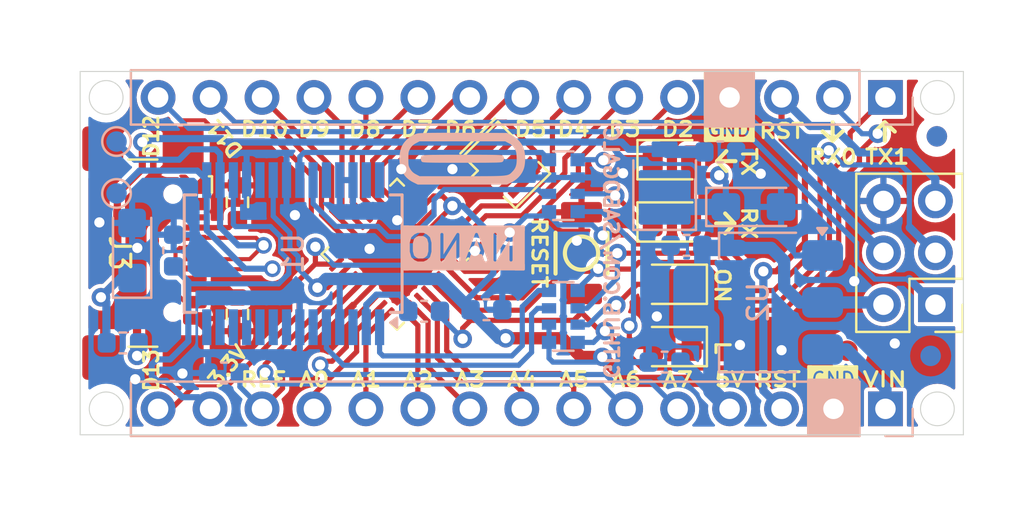
<source format=kicad_pcb>
(kicad_pcb (version 20240108) (generator "pcbnew") (generator_version "8.0")
  (title_block (title "Arduino Nano") (date "2024-05-24") (rev "1") (company "Carlos Sabogal"))
  (layers (0 "F.Cu" signal) (31 "B.Cu" signal) (34 "B.Paste" user) (35 "F.Paste" user) (36 "B.SilkS" user "B.Silkscreen") (37 "F.SilkS" user "F.Silkscreen") (38 "B.Mask" user) (39 "F.Mask" user) (44 "Edge.Cuts" user))
  (net 0 "")
  (net 16 "AREF")
  (net 17 "GND")
  (net 18 "VBUS")
  (net 19 "+5V")
  (net 20 "RESET")
  (net 21 "Net-(U1-DTR#)")
  (net 22 "+3V3")
  (net 23 "Net-(D2-K)")
  (net 24 "Net-(D3-K)")
  (net 25 "Net-(D4-A)")
  (net 26 "Net-(D5-A)")
  (net 27 "Net-(F1-Pad2)")
  (net 28 "D7")
  (net 29 "D5")
  (net 30 "D6")
  (net 31 "D8")
  (net 32 "D3")
  (net 33 "D10")
  (net 34 "D0{slash}RX")
  (net 35 "D9")
  (net 36 "D1{slash}TX")
  (net 37 "D4")
  (net 38 "D11{slash}MOSI")
  (net 39 "D2")
  (net 40 "D12{slash}MISO")
  (net 41 "A3")
  (net 42 "D13{slash}SCK")
  (net 43 "A6")
  (net 44 "A0")
  (net 45 "A5")
  (net 46 "A1")
  (net 47 "A2")
  (net 48 "A4")
  (net 49 "VCC")
  (net 50 "A7")
  (net 51 "CC2")
  (net 52 "Net-(U1-USBDP)")
  (net 53 "Net-(U1-USBDM)")
  (net 54 "CC1")
  (net 55 "TX")
  (net 56 "RX")
  (net 57 "Net-(RN2B-R2.1)")
  (net 58 "Net-(RN2D-R4.1)")
  (net 59 "Net-(U3-PB7)")
  (net 60 "Net-(U3-PB6)")
  (footprint "Fiducial:Fiducial_1mm_Mask2mm" (layer "F.Cu") (at 164.4269 109.7788)
    (property "Reference" "FID1" (hide yes))
    (property "Value" "Fiducial")
  )
  (footprint "Fiducial:Fiducial_1mm_Mask2mm" (layer "F.Cu") (at 168.7957 99.2886)
    (property "Reference" "FID2" (hide yes))
    (property "Value" "Fiducial")
  )
  (footprint "Package_DFN_QFN:VQFN-32-1EP_5x5mm_P0.5mm_EP3.1x3.1mm" (layer "F.Cu") (at 142.4051 105.0544 -135)
    (property "Reference" "U3" (hide yes))
    (property "Value" "ATMEGA328P-MU")
  )
  (footprint "Connector_PinHeader_2.54mm:PinHeader_2x03_P2.54mm_Vertical" (layer "F.Cu") (at 168.724 107.5286 180)
    (property "Reference" "J4" (hide yes))
    (property "Value" "M20-9980345")
  )
  (footprint "Resistor_SMD:R_0603_1608Metric" (layer "F.Cu") (at 134.6 102.5144 90)
    (property "Reference" "R1" (hide yes))
    (property "Value" "5.1k")
  )
  (footprint "LED_SMD:LED_0805_2012Metric" (layer "F.Cu") (at 155.8671 106.5276 180)
    (property "Reference" "D4" (hide yes))
    (property "Value" "GREEN")
  )
  (footprint "Arduino Nano:B3U-1000PM" (layer "F.Cu") (at 151.4221 105.0036 -90)
    (property "Reference" "SW1" (hide yes))
    (property "Value" "B3U-1000PM")
  )
  (footprint "LED_SMD:LED_0805_2012Metric" (layer "F.Cu") (at 155.8417 100.4316)
    (property "Reference" "D2" (hide yes))
    (property "Value" "GREEN")
  )
  (footprint "Crystal:Resonator_SMD_Murata_CSTxExxV-3Pin_3.0x1.1mm" (layer "F.Cu") (at 147.7645 100.6872 -45)
    (property "Reference" "Y1" (hide yes))
    (property "Value" "CSTNE16M0V530000R0")
  )
  (footprint "Connector_USB:USB_C_Receptacle_GCT_USB4110" (layer "F.Cu") (at 128.84 105.0036 -90)
    (property "Reference" "J3")
    (property "Value" "USB_C_Receptacle_USB2.0_16P")
  )
  (footprint "LED_SMD:LED_0805_2012Metric" (layer "F.Cu") (at 155.8417 103.4796)
    (property "Reference" "D3" (hide yes))
    (property "Value" "RED")
  )
  (footprint "Resistor_SMD:R_0603_1608Metric" (layer "F.Cu") (at 134.6 108 -90)
    (property "Reference" "R2" (hide yes))
    (property "Value" "5.1k")
  )
  (footprint "LED_SMD:LED_0805_2012Metric" (layer "F.Cu") (at 155.8671 109.5756 180)
    (property "Reference" "D5" (hide yes))
    (property "Value" "YELLOW")
  )
  (footprint "Capacitor_SMD:C_0603_1608Metric" (layer "B.Cu") (at 143.7259 107.8484 180)
    (property "Reference" "C4" (hide yes))
    (property "Value" "100n")
  )
  (footprint "Resistor_SMD:R_Array_Convex_4x0612" (layer "B.Cu") (at 150.5331 108.1024 180)
    (property "Reference" "RN1" (hide yes))
    (property "Value" "1k")
  )
  (footprint "Connector_PinHeader_2.54mm:PinHeader_1x15_P2.54mm_Vertical" (layer "B.Cu") (at 166.2811 112.6236 90)
    (property "Reference" "J2" (hide yes))
    (property "Value" "PH1-15-UA")
  )
  (footprint "Capacitor_SMD:C_0603_1608Metric" (layer "B.Cu") (at 155.4861 110.3376 180)
    (property "Reference" "C8" (hide yes))
    (property "Value" "1u")
  )
  (footprint "Fiducial:Fiducial_1mm_Mask2mm" (layer "B.Cu") (at 168.4909 110.0328 180)
    (property "Reference" "FID3" (hide yes))
    (property "Value" "Fiducial")
  )
  (footprint "Capacitor_Tantalum_SMD:CP_EIA-3216-10_Kemet-I" (layer "B.Cu") (at 129.4511 104.8766 90)
    (property "Reference" "C2" (hide yes))
    (property "Value" "4.7u")
  )
  (footprint "Capacitor_Tantalum_SMD:CP_EIA-3216-10_Kemet-I" (layer "B.Cu") (at 159.8295 102.743)
    (property "Reference" "C5" (hide yes))
    (property "Value" "4.7u")
  )
  (footprint "Package_TO_SOT_SMD:SOT-223-3_TabPin2" (layer "B.Cu") (at 160.0581 107.4166 180)
    (property "Reference" "U2")
    (property "Value" "NCP1117-5.0_SOT223")
  )
  (footprint "Capacitor_SMD:C_0603_1608Metric" (layer "B.Cu") (at 133.9461 110.871 180)
    (property "Reference" "C1" (hide yes))
    (property "Value" "100n")
  )
  (footprint "Capacitor_SMD:C_0603_1608Metric" (layer "B.Cu") (at 158.2039 100.0506)
    (property "Reference" "C9" (hide yes))
    (property "Value" "100n")
  )
  (footprint "Capacitor_SMD:C_0603_1608Metric" (layer "B.Cu") (at 156.5529 104.6226 180)
    (property "Reference" "C7" (hide yes))
    (property "Value" "1u")
  )
  (footprint "Resistor_SMD:R_Array_Convex_4x0612" (layer "B.Cu") (at 150.5331 101.7016)
    (property "Reference" "RN2" (hide yes))
    (property "Value" "1k")
  )
  (footprint "Fiducial:Fiducial_1mm_Mask2mm" (layer "B.Cu") (at 168.7957 99.2886 180)
    (property "Reference" "FID4" (hide yes))
    (property "Value" "Fiducial")
  )
  (footprint "Capacitor_SMD:C_0603_1608Metric" (layer "B.Cu") (at 146.7739 107.7722)
    (property "Reference" "C3" (hide yes))
    (property "Value" "1u")
  )
  (footprint "TestPoint:TestPoint_Pad_D1.0mm" (layer "B.Cu") (at 128.6891 102.0826 180)
    (property "Reference" "TP2" (hide yes))
    (property "Value" "TestPoint")
  )
  (footprint "Connector_PinHeader_2.54mm:PinHeader_1x15_P2.54mm_Vertical" (layer "B.Cu") (at 166.2811 97.3836 90)
    (property "Reference" "J1" (hide yes))
    (property "Value" "PH1-15-UA")
  )
  (footprint "Diode_SMD:D_SMP_DO-220AA" (layer "B.Cu") (at 155.4861 101.5746 90)
    (property "Reference" "D1" (hide yes))
    (property "Value" "SS1P3L-M3/84A")
  )
  (footprint "TestPoint:TestPoint_Pad_D1.0mm" (layer "B.Cu") (at 128.6891 99.5426 180)
    (property "Reference" "TP1" (hide yes))
    (property "Value" "TestPoint")
  )
  (footprint "Fuse:Fuse_0603_1608Metric" (layer "B.Cu") (at 128.9939 109.3978)
    (property "Reference" "F1" (hide yes))
    (property "Value" "PTC")
  )
  (footprint "Capacitor_SMD:C_0603_1608Metric" (layer "B.Cu") (at 131.4831 104.8766 -90)
    (property "Reference" "C6" (hide yes))
    (property "Value" "100n")
  )
  (footprint "Package_SO:SSOP-28_5.3x10.2mm_P0.65mm" (layer "B.Cu") (at 137.3251 105.029 90)
    (property "Reference" "U1")
    (property "Value" "FT232RL")
  )
  (gr_poly (pts (xy 145.66297 99.115296) (xy 147.779107 99.121857) (xy 147.998923 99.230125) (xy 148.048195 99.255869) (xy 148.096284 99.283823) (xy 148.143086 99.313892) (xy 148.188494 99.345979) (xy 148.232402 99.379989) (xy 148.274705 99.415825) (xy 148.315298 99.453391) (xy 148.354073 99.492591) (xy 148.390927 99.533329) (xy 148.425752 99.575509) (xy 148.458443 99.619035) (xy 148.488895 99.66381) (xy 148.517002 99.709738) (xy 148.542657 99.756724) (xy 148.565756 99.804671) (xy 148.586192 99.853483) (xy 148.605224 99.9068) (xy 148.621718 99.965365) (xy 148.635674 100.028428) (xy 148.647093 100.095239) (xy 148.655974 100.16505) (xy 148.662318 100.23711) (xy 148.666124 100.310669) (xy 148.667393 100.384978) (xy 148.666124 100.459287) (xy 148.662318 100.532846) (xy 148.655974 100.604906) (xy 148.647093 100.674717) (xy 148.635674 100.741528) (xy 148.621718 100.804592) (xy 148.605224 100.863156) (xy 148.586192 100.916473) (xy 148.565756 100.965285) (xy 148.542657 101.013232) (xy 148.517002 101.060218) (xy 148.488895 101.106146) (xy 148.458443 101.150921) (xy 148.425752 101.194447) (xy 148.390927 101.236626) (xy 148.354073 101.277365) (xy 148.315298 101.316565) (xy 148.274705 101.354131) (xy 148.232402 101.389967) (xy 148.188494 101.423977) (xy 148.143086 101.456064) (xy 148.096284 101.486133) (xy 148.048195 101.514087) (xy 147.998923 101.539831) (xy 147.779107 101.648099) (xy 143.415599 101.648099) (xy 143.195783 101.539831) (xy 143.122701 101.501084) (xy 143.05358 101.458695) (xy 142.988456 101.41271) (xy 142.92737 101.363179) (xy 142.870359 101.310149) (xy 142.817462 101.253668) (xy 142.768717 101.193785) (xy 142.724164 101.130547) (xy 142.683839 101.064003) (xy 142.647782 100.994201) (xy 142.616031 100.921188) (xy 142.588624 100.845012) (xy 142.565601 100.765723) (xy 142.546999 100.683367) (xy 142.532856 100.597993) (xy 142.523212 100.50965) (xy 142.519819 100.461526) (xy 142.518208 100.41209) (xy 142.518267 100.384978) (xy 142.956282 100.384978) (xy 142.956744 100.495777) (xy 142.957494 100.542023) (xy 142.958743 100.583007) (xy 142.960608 100.619358) (xy 142.963203 100.651706) (xy 142.966644 100.68068) (xy 142.971046 100.70691) (xy 142.973644 100.719192) (xy 142.976525 100.731025) (xy 142.979704 100.742486) (xy 142.983196 100.753655) (xy 142.987014 100.76461) (xy 142.991173 100.77543) (xy 143.000574 100.796979) (xy 143.011512 100.818932) (xy 143.024103 100.841917) (xy 143.038463 100.866566) (xy 143.054707 100.893507) (xy 143.068291 100.915087) (xy 143.082024 100.935581) (xy 143.095978 100.955056) (xy 143.110225 100.97358) (xy 143.124838 100.991219) (xy 143.139887 101.008042) (xy 143.155446 101.024114) (xy 143.171587 101.039504) (xy 143.188381 101.054279) (xy 143.205901 101.068506) (xy 143.224219 101.082253) (xy 143.243407 101.095586) (xy 143.263536 101.108573) (xy 143.28468 101.121282) (xy 143.306909 101.133779) (xy 143.330297 101.146131) (xy 143.504182 101.237995) (xy 145.594072 101.237995) (xy 146.357949 101.237815) (xy 146.664639 101.237043) (xy 146.926552 101.235329) (xy 147.04198 101.234005) (xy 147.14773 101.232308) (xy 147.244307 101.230193) (xy 147.332215 101.227614) (xy 147.411961 101.224526) (xy 147.484049 101.220882) (xy 147.548985 101.216638) (xy 147.607273 101.211748) (xy 147.65942 101.206165) (xy 147.70593 101.199845) (xy 147.747308 101.192742) (xy 147.78406 101.184809) (xy 147.816691 101.176002) (xy 147.831619 101.171256) (xy 147.845706 101.166274) (xy 147.859016 101.161051) (xy 147.871611 101.155581) (xy 147.883555 101.149858) (xy 147.89491 101.143876) (xy 147.916109 101.131113) (xy 147.935713 101.117248) (xy 147.954227 101.102234) (xy 147.972157 101.086025) (xy 147.990008 101.068577) (xy 148.008284 101.049843) (xy 148.048135 101.008336) (xy 148.077597 100.976343) (xy 148.104512 100.944168) (xy 148.128947 100.91155) (xy 148.150969 100.878231) (xy 148.170646 100.84395) (xy 148.188045 100.808449) (xy 148.203233 100.771467) (xy 148.216278 100.732746) (xy 148.227247 100.692026) (xy 148.236207 100.649047) (xy 148.243225 100.603549) (xy 148.248369 100.555274) (xy 148.251706 100.503961) (xy 148.253303 100.449351) (xy 148.253228 100.391186) (xy 148.251547 100.329204) (xy 148.246485 100.240987) (xy 148.24369 100.202984) (xy 148.240577 100.168494) (xy 148.237041 100.1371) (xy 148.232977 100.108382) (xy 148.228279 100.081923) (xy 148.22284 100.057305) (xy 148.216555 100.034109) (xy 148.209319 100.011918) (xy 148.201026 99.990313) (xy 148.191569 99.968876) (xy 148.180844 99.947189) (xy 148.168744 99.924835) (xy 148.155165 99.901394) (xy 148.139999 99.876449) (xy 148.126415 99.854869) (xy 148.112682 99.834375) (xy 148.098728 99.8149) (xy 148.084481 99.796376) (xy 148.069869 99.778737) (xy 148.054819 99.761915) (xy 148.03926 99.745842) (xy 148.023119 99.730452) (xy 148.006325 99.715677) (xy 147.988805 99.70145) (xy 147.970487 99.687703) (xy 147.9513 99.67437) (xy 147.93117 99.661383) (xy 147.910027 99.648674) (xy 147.887797 99.636178) (xy 147.864409 99.623825) (xy 147.690525 99.531961) (xy 143.504182 99.531961) (xy 143.330297 99.623825) (xy 143.306909 99.636178) (xy 143.28468 99.648674) (xy 143.263536 99.661383) (xy 143.243407 99.67437) (xy 143.224219 99.687703) (xy 143.205901 99.70145) (xy 143.188381 99.715677) (xy 143.171587 99.730452) (xy 143.155446 99.745842) (xy 143.139887 99.761915) (xy 143.124838 99.778737) (xy 143.110225 99.796376) (xy 143.095978 99.8149) (xy 143.082024 99.834375) (xy 143.068291 99.854869) (xy 143.054707 99.876449) (xy 143.024103 99.928039) (xy 143.011512 99.951025) (xy 143.000574 99.972977) (xy 142.991173 99.994526) (xy 142.983196 100.016301) (xy 142.976525 100.038931) (xy 142.971046 100.063046) (xy 142.966644 100.089276) (xy 142.963203 100.11825) (xy 142.960608 100.150598) (xy 142.958743 100.186949) (xy 142.956744 100.274179) (xy 142.956282 100.384978) (xy 142.518267 100.384978) (xy 142.518318 100.361644) (xy 142.520085 100.310493) (xy 142.523449 100.258937) (xy 142.528345 100.207281) (xy 142.534712 100.155827) (xy 142.542487 100.104877) (xy 142.551608 100.054734) (xy 142.562012 100.005702) (xy 142.573637 99.958083) (xy 142.58642 99.912179) (xy 142.600298 99.868294) (xy 142.61521 99.82673) (xy 142.631093 99.78779) (xy 142.647884 99.751777) (xy 142.676686 99.699978) (xy 142.708823 99.64927) (xy 142.744094 99.599822) (xy 142.782296 99.5518) (xy 142.823228 99.505374) (xy 142.866688 99.460712) (xy 142.912473 99.417982) (xy 142.960384 99.377352) (xy 143.010216 99.338991) (xy 143.061769 99.303066) (xy 143.114841 99.269745) (xy 143.169229 99.239198) (xy 143.224732 99.211592) (xy 143.281149 99.187096) (xy 143.338277 99.165877) (xy 143.395914 99.148104) (xy 143.460358 99.137947) (xy 143.572515 99.129598) (xy 143.96965 99.118166) (xy 144.64668 99.113501)) (stroke (width -0.000001)) (fill solid) (layer "B.SilkS"))
  (gr_rect (start 157.4546 96.1644) (end 159.8546 98.8144) (stroke (width 0.1)) (fill solid) (layer "B.SilkS"))
  (gr_rect (start 162.4968 111.1928) (end 164.9476 113.8428) (stroke (width 0.1)) (fill solid) (layer "B.SilkS"))
  (gr_rect (start 142.75 103.7) (end 142.9512 105.8) (stroke (width 0.1)) (fill solid) (layer "B.SilkS"))
  (gr_poly (pts (xy 146.172319 100.1885) (xy 146.623023 100.189871) (xy 146.806584 100.191052) (xy 146.964845 100.192626) (xy 147.099731 100.194643) (xy 147.213163 100.19715) (xy 147.307064 100.200196) (xy 147.383357 100.203827) (xy 147.443962 100.208093) (xy 147.490804 100.213042) (xy 147.509664 100.215787) (xy 147.525804 100.218721) (xy 147.539464 100.221849) (xy 147.550884 100.225178) (xy 147.560306 100.228714) (xy 147.567968 100.232462) (xy 147.574111 100.23643) (xy 147.578977 100.240621) (xy 147.585225 100.24699) (xy 147.591051 100.253774) (xy 147.596456 100.260949) (xy 147.601443 100.268489) (xy 147.606011 100.276368) (xy 147.610162 100.284559) (xy 147.613898 100.293038) (xy 147.617219 100.301778) (xy 147.620127 100.310754) (xy 147.622622 100.319939) (xy 147.626382 100.338835) (xy 147.628508 100.358259) (xy 147.629009 100.378006) (xy 147.627896 100.397868) (xy 147.625177 100.417639) (xy 147.620863 100.437112) (xy 147.614963 100.45608) (xy 147.611421 100.46531) (xy 147.607487 100.474337) (xy 147.60316 100.483134) (xy 147.598444 100.491676) (xy 147.593337 100.499936) (xy 147.587843 100.50789) (xy 147.581962 100.515511) (xy 147.575695 100.522773) (xy 147.551371 100.541324) (xy 147.502287 100.55553) (xy 147.408911 100.565969) (xy 147.251713 100.573216) (xy 146.667725 100.580444) (xy 145.594072 100.581828) (xy 145.020189 100.581456) (xy 144.570298 100.580085) (xy 144.387056 100.578904) (xy 144.22906 100.57733) (xy 144.094391 100.575313) (xy 143.981133 100.572806) (xy 143.887367 100.56976) (xy 143.811177 100.566129) (xy 143.750644 100.561863) (xy 143.703851 100.556914) (xy 143.685008 100.554169) (xy 143.668881 100.551235) (xy 143.65523 100.548107) (xy 143.643816 100.544778) (xy 143.634398 100.541242) (xy 143.626738 100.537494) (xy 143.620595 100.533527) (xy 143.61573 100.529335) (xy 143.609771 100.52292) (xy 143.604196 100.516) (xy 143.599005 100.508609) (xy 143.594199 100.500781) (xy 143.589778 100.49255) (xy 143.585741 100.483948) (xy 143.582089 100.47501) (xy 143.578821 100.465769) (xy 143.573438 100.446513) (xy 143.569593 100.42645) (xy 143.567286 100.405849) (xy 143.566517 100.384978) (xy 143.567286 100.364108) (xy 143.569593 100.343506) (xy 143.573438 100.323443) (xy 143.578821 100.304187) (xy 143.582089 100.294946) (xy 143.585741 100.286008) (xy 143.589778 100.277407) (xy 143.594199 100.269175) (xy 143.599005 100.261347) (xy 143.604196 100.253956) (xy 143.609771 100.247036) (xy 143.61573 100.240621) (xy 143.643822 100.225178) (xy 143.703902 100.213042) (xy 143.81135 100.203827) (xy 143.981543 100.19715) (xy 144.571683 100.189871) (xy 145.597353 100.188128)) (stroke (width -0.000001)) (fill solid) (layer "B.SilkS"))
  (gr_rect (start 148.1836 103.7) (end 148.6 105.8) (stroke (width 0.1)) (fill solid) (layer "B.SilkS"))
  (gr_rect (start 142.75 105.5632) (end 148.6 105.8) (stroke (width 0.1)) (fill solid) (layer "B.SilkS"))
  (gr_rect (start 142.75 103.7) (end 148.6 103.886) (stroke (width 0.1)) (fill solid) (layer "B.SilkS"))
  (gr_rect (start 164.7952 110.5408) (end 164.8968 113.8428) (stroke (width 0.1)) (fill solid) (layer "F.SilkS"))
  (gr_line (start 166.25 99.5) (end 166.25 98.6) (stroke (width 0.2)) (layer "F.SilkS"))
  (gr_rect (start 162.5092 111.660173) (end 164.8968 113.8428) (stroke (width 0.1)) (fill solid) (layer "F.SilkS"))
  (gr_line (start 158.9 103.55) (end 158.444857 104.038081) (stroke (width 0.2)) (layer "F.SilkS"))
  (gr_line (start 158.95 100.5) (end 158.05 100.5) (stroke (width 0.2)) (layer "F.SilkS"))
  (gr_line (start 166.25 98.6) (end 165.761919 99.055143) (stroke (width 0.2)) (layer "F.SilkS"))
  (gr_line (start 166.25 98.6) (end 166.738081 99.055143) (stroke (width 0.2)) (layer "F.SilkS"))
  (gr_line (start 163.7 99.5) (end 163.211919 99.044857) (stroke (width 0.2)) (layer "F.SilkS"))
  (gr_line (start 158.05 100.5) (end 158.505143 100.011919) (stroke (width 0.2)) (layer "F.SilkS"))
  (gr_rect (start 162.5092 110.5408) (end 164.8968 110.6932) (stroke (width 0.1)) (fill solid) (layer "F.SilkS"))
  (gr_line (start 163.7 99.5) (end 164.188081 99.044857) (stroke (width 0.2)) (layer "F.SilkS"))
  (gr_rect (start 157.4546 96.1644) (end 159.8422 98.397827) (stroke (width 0.1)) (fill solid) (layer "F.SilkS"))
  (gr_rect (start 157.4546 96.2152) (end 157.5562 99.5172) (stroke (width 0.1)) (fill solid) (layer "F.SilkS"))
  (gr_rect (start 162.5092 110.5408) (end 162.6616 113.8428) (stroke (width 0.1)) (fill solid) (layer "F.SilkS"))
  (gr_line (start 158.05 100.5) (end 158.505143 100.988081) (stroke (width 0.2)) (layer "F.SilkS"))
  (gr_line (start 163.7 98.6) (end 163.7 99.5) (stroke (width 0.2)) (layer "F.SilkS"))
  (gr_rect (start 159.6898 96.2152) (end 159.8422 99.5172) (stroke (width 0.1)) (fill solid) (layer "F.SilkS"))
  (gr_line (start 158.9 103.55) (end 158.444857 103.061919) (stroke (width 0.2)) (layer "F.SilkS"))
  (gr_rect (start 157.4546 99.3648) (end 159.8422 99.5172) (stroke (width 0.1)) (fill solid) (layer "F.SilkS"))
  (gr_line (start 158 103.55) (end 158.9 103.55) (stroke (width 0.2)) (layer "F.SilkS"))
  (gr_circle (center 168.8211 112.6236) (end 169.6466 112.6236) (stroke (width 0.05)) (fill none) (layer "Edge.Cuts"))
  (gr_line (start 126.9111 96.1136) (end 126.9111 113.8936) (stroke (width 0.05)) (layer "Edge.Cuts"))
  (gr_circle (center 128.1811 112.6236) (end 129.0066 112.6236) (stroke (width 0.05)) (fill none) (layer "Edge.Cuts"))
  (gr_circle (center 128.1811 97.3836) (end 129.0066 97.3836) (stroke (width 0.05)) (fill none) (layer "Edge.Cuts"))
  (gr_line (start 170.0911 113.8936) (end 170.0911 96.1136) (stroke (width 0.05)) (layer "Edge.Cuts"))
  (gr_circle (center 168.8211 97.3836) (end 169.6466 97.3836) (stroke (width 0.05)) (fill none) (layer "Edge.Cuts"))
  (gr_line (start 126.9111 113.8936) (end 170.0911 113.8936) (stroke (width 0.05)) (layer "Edge.Cuts"))
  (gr_line (start 170.0911 96.1136) (end 126.9111 96.1136) (stroke (width 0.05)) (layer "Edge.Cuts"))
  (gr_text "NANO" (at 148.4 105.5 0) (layer "B.SilkS" knockout) (effects (font (size 1.25 1.365)) (justify left bottom mirror)))
  (gr_text "GITHUB.COM/SABOGALC" (at 152.45 111.23 270) (layer "B.SilkS") (effects (font (size 0.7 0.7)) (justify left bottom mirror)))
  (gr_text "A6" (at 152.77 111.6 0) (layer "F.SilkS") (effects (font (size 0.7 0.8) (thickness 0.15) (bold yes)) (justify left bottom)))
  (gr_text "D6" (at 144.63 99.35 0) (layer "F.SilkS") (effects (font (size 0.7 0.8) (thickness 0.15) (bold yes)) (justify left bottom)))
  (gr_text "D7" (at 142.494 99.35 0) (layer "F.SilkS") (effects (font (size 0.7 0.8) (thickness 0.15) (bold yes)) (justify left bottom)))
  (gr_text "3.3V" (at 133.65 111.75 50) (layer "F.SilkS") (effects (font (size 0.7 0.7) (thickness 0.15) (bold yes)) (justify left bottom)))
  (gr_text "A4" (at 147.69 111.6 0) (layer "F.SilkS") (effects (font (size 0.7 0.8) (thickness 0.15) (bold yes)) (justify left bottom)))
  (gr_text "GND" (at 157.5 99.35 0) (layer "F.SilkS" knockout) (effects (font (size 0.7 0.7) (thickness 0.1)) (justify left bottom)))
  (gr_text "RESET" (at 148.95 103.2 270) (layer "F.SilkS") (effects (font (size 0.7 0.75) (thickness 0.15) (bold yes)) (justify left bottom)))
  (gr_text "REF" (at 134.67 111.6 0) (layer "F.SilkS") (effects (font (size 0.7 0.8) (thickness 0.15) (bold yes)) (justify left bottom)))
  (gr_text "D4" (at 150.15 99.35 0) (layer "F.SilkS") (effects (font (size 0.7 0.8) (thickness 0.15) (bold yes)) (justify left bottom)))
  (gr_text "5V" (at 157.85 111.6 0) (layer "F.SilkS") (effects (font (size 0.7 0.8) (thickness 0.15) (bold yes)) (justify left bottom)))
  (gr_text "RX" (at 159.2 102.65 270) (layer "F.SilkS") (effects (font (size 0.7 0.8) (thickness 0.15) (bold yes)) (justify left bottom)))
  (gr_text "A3" (at 145.15 111.6 0) (layer "F.SilkS") (effects (font (size 0.7 0.8) (thickness 0.15) (bold yes)) (justify left bottom)))
  (gr_text "RST" (at 160.02 99.441 0) (layer "F.SilkS") (effects (font (size 0.7 0.8) (thickness 0.15) (bold yes)) (justify left bottom)))
  (gr_text "D5" (at 148.047343 99.35 0) (layer "F.SilkS") (effects (font (size 0.7 0.8) (thickness 0.15) (bold yes)) (justify left bottom)))
  (gr_text "A0" (at 137.53 111.6 0) (layer "F.SilkS") (effects (font (size 0.7 0.8) (thickness 0.15) (bold yes)) (justify left bottom)))
  (gr_text "RX0" (at 162.45 100.7 0) (layer "F.SilkS") (effects (font (size 0.7 0.8) (thickness 0.15) (bold yes)) (justify left bottom)))
  (gr_text "D13" (at 130.8 111.85 90) (layer "F.SilkS") (effects (font (size 0.7 0.7) (thickness 0.15) (bold yes)) (justify left bottom)))
  (gr_text "GND" (at 162.6 111.6 0) (layer "F.SilkS" knockout) (effects (font (size 0.7 0.7) (thickness 0.1)) (justify left bottom)))
  (gr_text "L" (at 157.9 109.2 270) (layer "F.SilkS") (effects (font (size 0.7 0.8) (thickness 0.15) (bold yes)) (justify left bottom)))
  (gr_text "D11" (at 135 99.9744 130) (layer "F.SilkS") (effects (font (size 0.7 0.7) (thickness 0.15) (bold yes)) (justify left bottom)))
  (gr_text "VIN" (at 165.08 111.6 0) (layer "F.SilkS") (effects (font (size 0.7 0.9) (thickness 0.15) (bold yes)) (justify left bottom)))
  (gr_text "A2" (at 142.61 111.6 0) (layer "F.SilkS") (effects (font (size 0.7 0.8) (thickness 0.15) (bold yes)) (justify left bottom)))
  (gr_text "D12" (at 130.8 100.4 90) (layer "F.SilkS") (effects (font (size 0.7 0.7) (thickness 0.15) (bold yes)) (justify left bottom)))
  (gr_text "D10" (at 134.67 99.35 0) (layer "F.SilkS") (effects (font (size 0.7 0.8) (thickness 0.15) (bold yes)) (justify left bottom)))
  (gr_text "D2" (at 155.25 99.35 0) (layer "F.SilkS") (effects (font (size 0.7 0.8) (thickness 0.15) (bold yes)) (justify left bottom)))
  (gr_text "TX1" (at 165.2 100.7 0) (layer "F.SilkS") (effects (font (size 0.7 0.8) (thickness 0.15) (bold yes)) (justify left bottom)))
  (gr_text "A7" (at 155.31 111.6 0) (layer "F.SilkS") (effects (font (size 0.7 0.8) (thickness 0.15) (bold yes)) (justify left bottom)))
  (gr_text "ON" (at 157.9 105.65 270) (layer "F.SilkS") (effects (font (size 0.7 0.8) (thickness 0.15) (bold yes)) (justify left bottom)))
  (gr_text "D8" (at 139.954 99.35 0) (layer "F.SilkS") (effects (font (size 0.7 0.8) (thickness 0.15) (bold yes)) (justify left bottom)))
  (gr_text "RST" (at 159.86 111.6 0) (layer "F.SilkS") (effects (font (size 0.7 0.8) (thickness 0.15) (bold yes)) (justify left bottom)))
  (gr_text "TX" (at 159.2 99.75 270) (layer "F.SilkS") (effects (font (size 0.7 0.8) (thickness 0.15) (bold yes)) (justify left bottom)))
  (gr_text "D9" (at 137.4648 99.35 0) (layer "F.SilkS") (effects (font (size 0.7 0.8) (thickness 0.15) (bold yes)) (justify left bottom)))
  (gr_text "A1" (at 140.07 111.6 0) (layer "F.SilkS") (effects (font (size 0.7 0.8) (thickness 0.15) (bold yes)) (justify left bottom)))
  (gr_text "D3" (at 152.65 99.35 0) (layer "F.SilkS") (effects (font (size 0.7 0.8) (thickness 0.15) (bold yes)) (justify left bottom)))
  (gr_text "A5" (at 150.23 111.6 0) (layer "F.SilkS") (effects (font (size 0.7 0.8) (thickness 0.15) (bold yes)) (justify left bottom)))
  (segment (start 136.8044 111.6203) (end 135.8011 112.6236) (width 0.254) (layer "F.Cu") (net 16))
  (segment (start 136.8044 110.301547) (end 136.8044 111.6203) (width 0.254) (layer "F.Cu") (net 16))
  (segment (start 140.504751 106.601196) (end 136.8044 110.301547) (width 0.254) (layer "F.Cu") (net 16))
  (segment (start 134.7211 111.5436) (end 135.8011 112.6236) (width 0.254) (layer "B.Cu") (net 16))
  (segment (start 134.7211 110.871) (end 134.7211 111.5436) (width 0.254) (layer "B.Cu") (net 16))
  (segment (start 132.52 108.2036) (end 133.6036 108.2036) (width 0.254) (layer "F.Cu") (net 17))
  (segment (start 128.015 110.1136) (end 128.015 108.3574) (width 0.254) (layer "F.Cu") (net 17))
  (segment (start 128.015 101.7306) (end 128.015 99.9744) (width 0.254) (layer "F.Cu") (net 17))
  (segment (start 147.7645 100.6872) (end 147.32 100.2427) (width 0.254) (layer "F.Cu") (net 17))
  (segment (start 148.209 101.1317) (end 147.7645 100.6872) (width 0.254) (layer "F.Cu") (net 17))
  (via (at 142.6111 100.8936) (size 0.9064) (drill 0.5) (layers "F.Cu" "B.Cu") (net 17))
  (via (at 161.2011 109.7534) (size 0.8128) (drill 0.5) (layers "F.Cu" "B.Cu") (net 17))
  (via (at 127.85 103.5) (size 0.9064) (drill 0.5) (layers "F.Cu" "B.Cu") (net 17))
  (via (at 155.1051 108.1024) (size 0.8128) (drill 0.5) (layers "F.Cu" "B.Cu") (net 17))
  (via (at 129.6035 111.1758) (size 0.8128) (drill 0.5) (layers "F.Cu" "B.Cu") (net 17))
  (via (at 141.0611 104.7936) (size 0.9064) (drill 0.5) (layers "F.Cu" "B.Cu") (net 17))
  (via (at 142.4111 103.3936) (size 0.9064) (drill 0.5) (layers "F.Cu" "B.Cu") (net 17))
  (via (at 166.7383 109.4232) (size 0.9064) (drill 0.5) (layers "F.Cu" "B.Cu") (net 17))
  (via (at 153.4541 101.092) (size 0.8128) (drill 0.5) (layers "F.Cu" "B.Cu") (net 17))
  (via (at 131.9111 110.8936) (size 0.9064) (drill 0.5) (layers "F.Cu" "B.Cu") (net 17))
  (via (at 129.7051 104.7496) (size 0.9064) (drill 0.5) (layers "F.Cu" "B.Cu") (net 17))
  (via (at 160.1851 101.1174) (size 0.8128) (drill 0.5) (layers "F.Cu" "B.Cu") (net 17))
  (via (at 137.4111 103.1436) (size 0.9064) (drill 0.5) (layers "F.Cu" "B.Cu") (net 17))
  (via (at 164.7571 106.3752) (size 0.8128) (drill 0.5) (layers "F.Cu" "B.Cu") (net 17))
  (via (at 145.1111 100.8936) (size 0.9064) (drill 0.5) (layers "F.Cu" "B.Cu") (net 17))
  (via (at 159.1691 109.4994) (size 0.8128) (drill 0.5) (layers "F.Cu" "B.Cu") (net 17))
  (via (at 151.1935 104.394) (size 0.8128) (drill 0.5) (layers "F.Cu" "B.Cu") (net 17))
  (segment (start 158.9532 97.9932) (end 159.9184 97.9932) (width 0.2) (layer "B.Cu") (net 17))
  (segment (start 158.6611 97.3836) (end 158.6611 97.7011) (width 0.2) (layer "B.Cu") (net 17))
  (segment (start 149.8331 101.3016) (end 151.2331 101.3016) (width 0.254) (layer "B.Cu") (net 17))
  (segment (start 149.8267 101.2952) (end 149.8331 101.3016) (width 0.254) (layer "B.Cu") (net 17))
  (segment (start 158.6611 97.7011) (end 158.9532 97.9932) (width 0.2) (layer "B.Cu") (net 17))
  (segment (start 127.9271 107.1626) (end 127.9398 107.1626) (width 0.4) (layer "F.Cu") (net 18))
  (segment (start 128.7272 106.3625) (end 127.9271 107.1626) (width 0.4) (layer "F.Cu") (net 18))
  (segment (start 129.9497 99.568) (end 129.9497 100.8855) (width 0.35) (layer "F.Cu") (net 18))
  (segment (start 128.7272 102.9462) (end 128.7272 106.3625) (width 0.4) (layer "F.Cu") (net 18))
  (segment (start 128.7272 102.108) (end 128.7272 102.9462) (width 0.35) (layer "F.Cu") (net 18))
  (segment (start 129.9497 100.8855) (end 128.7272 102.108) (width 0.35) (layer "F.Cu") (net 18))
  (segment (start 127.9398 107.1626) (end 127.9652 107.1372) (width 0.4) (layer "F.Cu") (net 18))
  (via (at 129.9497 99.568) (size 0.9064) (drill 0.5) (layers "F.Cu" "B.Cu") (net 18))
  (via (at 127.9271 107.1626) (size 0.9064) (drill 0.5) (layers "F.Cu" "B.Cu") (net 18))
  (segment (start 128.1939 107.4294) (end 128.1939 109.3978) (width 0.4) (layer "B.Cu") (net 18))
  (segment (start 127.9271 107.1626) (end 128.1939 107.4294) (width 0.4) (layer "B.Cu") (net 18))
  (segment (start 157.4289 100.0506) (end 155.6146 100.0506) (width 0.6) (layer "B.Cu") (net 18))
  (segment (start 153.377003 99.568) (end 134.0104 99.568) (width 0.35) (layer "B.Cu") (net 18))
  (segment (start 130.1191 99.3986) (end 129.9497 99.568) (width 0.35) (layer "B.Cu") (net 18))
  (segment (start 127.9271 107.1626) (end 128.8631 106.2266) (width 0.4) (layer "B.Cu") (net 18))
  (segment (start 155.4861 99.9221) (end 153.731103 99.9221) (width 0.35) (layer "B.Cu") (net 18))
  (segment (start 153.731103 99.9221) (end 153.377003 99.568) (width 0.35) (layer "B.Cu") (net 18))
  (segment (start 128.8631 106.2266) (end 129.4511 106.2266) (width 0.4) (layer "B.Cu") (net 18))
  (segment (start 155.6146 100.0506) (end 155.4861 99.9221) (width 0.6) (layer "B.Cu") (net 18))
  (segment (start 133.841 99.3986) (end 130.1191 99.3986) (width 0.35) (layer "B.Cu") (net 18))
  (segment (start 134.0104 99.568) (end 133.841 99.3986) (width 0.35) (layer "B.Cu") (net 18))
  (segment (start 151.3967 110.0836) (end 150.4823 109.1692) (width 0.6) (layer "F.Cu") (net 19))
  (segment (start 153.6065 111.252) (end 157.2895 111.252) (width 0.6) (layer "F.Cu") (net 19))
  (segment (start 156.7792 100.4316) (end 156.7792 103.4796) (width 0.3) (layer "F.Cu") (net 19))
  (segment (start 138.5111 106.6936) (end 138.998133 106.6936) (width 0.254) (layer "F.Cu") (net 19))
  (segment (start 152.4381 110.0836) (end 153.6065 111.252) (width 0.6) (layer "F.Cu") (net 19))
  (segment (start 151.3967 110.0836) (end 152.4381 110.0836) (width 0.6) (layer "F.Cu") (net 19))
  (segment (start 145.1111 102.701953) (end 144.305449 103.507604) (width 0.254) (layer "F.Cu") (net 19))
  (segment (start 144.6271 102.2096) (end 144.18924 102.2096) (width 0.254) (layer "F.Cu") (net 19))
  (segment (start 156.9212 101.1936) (end 156.7792 101.0516) (width 0.3) (layer "F.Cu") (net 19))
  (segment (start 145.1111 102.6936) (end 144.6271 102.2096) (width 0.254) (layer "F.Cu") (net 19))
  (segment (start 150.4823 109.1692) (end 147.7137 109.1692) (width 0.6) (layer "F.Cu") (net 19))
  (segment (start 158.1531 101.1936) (end 156.9212 101.1936) (width 0.3) (layer "F.Cu") (net 19))
  (segment (start 144.18924 102.2096) (end 143.598343 102.800497) (width 0.254) (layer "F.Cu") (net 19))
  (segment (start 138.998133 106.6936) (end 139.797644 105.894089) (width 0.254) (layer "F.Cu") (net 19))
  (segment (start 145.1111 102.6936) (end 145.1111 102.701953) (width 0.254) (layer "F.Cu") (net 19))
  (segment (start 157.2895 111.252) (end 158.6611 112.6236) (width 0.6) (layer "F.Cu") (net 19))
  (segment (start 156.7792 101.0516) (end 156.7792 100.4316) (width 0.3) (layer "F.Cu") (net 19))
  (via (at 158.1531 101.1936) (size 0.9064) (drill 0.5) (layers "F.Cu" "B.Cu") (net 19))
  (via (at 147.7137 109.1692) (size 0.9064) (drill 0.5) (layers "F.Cu" "B.Cu") (net 19))
  (via (at 152.4381 110.0836) (size 0.9064) (drill 0.5) (layers "F.Cu" "B.Cu") (net 19))
  (via (at 138.5111 106.6936) (size 0.9064) (drill 0.5) (layers "F.Cu" "B.Cu") (net 19))
  (via (at 145.1111 102.6936) (size 0.9064) (drill 0.5) (layers "F.Cu" "B.Cu") (net 19))
  (segment (start 158.4795 102.743) (end 158.4795 101.52) (width 0.3) (layer "B.Cu") (net 19))
  (segment (start 137.5651 105.166548) (end 137.5651 105.7476) (width 0.254) (layer "B.Cu") (net 19))
  (segment (start 157.4549 104.7496) (end 157.3279 104.6226) (width 0.8) (layer "B.Cu") (net 19))
  (segment (start 149.8331 110.1456) (end 150.0251 110.3376) (width 0.254) (layer "B.Cu") (net 19))
  (segment (start 136.3501 103.195947) (end 137.1651 104.010947) (width 0.254) (layer "B.Cu") (net 19))
  (segment (start 147.3959 109.1692) (end 147.7137 109.1692) (width 0.6) (layer "B.Cu") (net 19))
  (segment (start 145.6111 102.6936) (end 145.1111 102.6936) (width 0.3) (layer "B.Cu") (net 19))
  (segment (start 160.6931 104.7496) (end 159.1691 104.7496) (width 0.6) (layer "B.Cu") (net 19))
  (segment (start 166.072 107.4166) (end 166.184 107.5286) (width 0.6) (layer "B.Cu") (net 19))
  (segment (start 162.0901 107.4166) (end 161.3281 106.6546) (width 0.6) (layer "B.Cu") (net 19))
  (segment (start 139.6001 108.629) (end 139.6001 106.269981) (width 0.3) (layer "B.Cu") (net 19))
  (segment (start 150.0251 110.3376) (end 152.1841 110.3376) (width 0.254) (layer "B.Cu") (net 19))
  (segment (start 156.9591 107.4166) (end 157.7721 108.2296) (width 0.8) (layer "B.Cu") (net 19))
  (segment (start 147.1111 104.1936) (end 147.1111 105.9936) (width 0.3) (layer "B.Cu") (net 19))
  (segment (start 137.1651 104.766548) (end 137.5651 105.166548) (width 0.254) (layer "B.Cu") (net 19))
  (segment (start 137.5651 105.7476) (end 138.5111 106.6936) (width 0.254) (layer "B.Cu") (net 19))
  (segment (start 156.9081 107.4166) (end 156.9591 107.4166) (width 0.8) (layer "B.Cu") (net 19))
  (segment (start 155.956 102.743) (end 155.4861 102.2731) (width 0.8) (layer "B.Cu") (net 19))
  (segment (start 157.3279 106.9968) (end 156.9081 107.4166) (width 0.8) (layer "B.Cu") (net 19))
  (segment (start 162.0901 107.4166) (end 163.2081 107.4166) (width 0.6) (layer "B.Cu") (net 19))
  (segment (start 136.3501 101.429) (end 136.3501 103.195947) (width 0.254) (layer "B.Cu") (net 19))
  (segment (start 144.494981 106.268281) (end 145.9989 107.7722) (width 0.6) (layer "B.Cu") (net 19))
  (segment (start 147.1111 105.9936) (end 145.6657 107.439) (width 0.3) (layer "B.Cu") (net 19))
  (segment (start 157.7721 111.7346) (end 158.6611 112.6236) (width 0.8) (layer "B.Cu") (net 19))
  (segment (start 138.5111 106.6936) (end 138.936419 106.268281) (width 0.6) (layer "B.Cu") (net 19))
  (segment (start 145.9989 107.7722) (end 147.3959 109.1692) (width 0.6) (layer "B.Cu") (net 19))
  (segment (start 158.4795 101.52) (end 158.1531 101.1936) (width 0.3) (layer "B.Cu") (net 19))
  (segment (start 161.3281 105.3846) (end 160.6931 104.7496) (width 0.6) (layer "B.Cu") (net 19))
  (segment (start 152.1841 110.3376) (end 152.4381 110.0836) (width 0.254) (layer "B.Cu") (net 19))
  (segment (start 138.936419 106.268281) (end 139.5984 106.268281) (width 0.6) (layer "B.Cu") (net 19))
  (segment (start 149.8331 108.5024) (end 149.8331 110.1456) (width 0.254) (layer "B.Cu") (net 19))
  (segment (start 157.3279 104.6226) (end 157.3279 106.9968) (width 0.8) (layer "B.Cu") (net 19))
  (segment (start 156.2611 110.3376) (end 156.3751 110.3376) (width 0.6) (layer "B.Cu") (net 19))
  (segment (start 158.5468 104.7496) (end 157.4549 104.7496) (width 0.8) (layer "B.Cu") (net 19))
  (segment (start 137.1651 104.010947) (end 137.1651 104.766548) (width 0.254) (layer "B.Cu") (net 19))
  (segment (start 139.5984 106.268281) (end 144.494981 106.268281) (width 0.6) (layer "B.Cu") (net 19))
  (segment (start 147.1111 104.1936) (end 145.6111 102.6936) (width 0.3) (layer "B.Cu") (net 19))
  (segment (start 161.3281 106.6546) (end 161.3281 105.3846) (width 0.6) (layer "B.Cu") (net 19))
  (segment (start 158.4795 104.6823) (end 158.4795 102.743) (width 0.8) (layer "B.Cu") (net 19))
  (segment (start 158.5468 104.7496) (end 158.4795 104.6823) (width 0.8) (layer "B.Cu") (net 19))
  (segment (start 157.7721 108.2296) (end 157.7721 111.7346) (width 0.8) (layer "B.Cu") (net 19))
  (segment (start 159.1691 104.7496) (end 158.5468 104.7496) (width 0.8) (layer "B.Cu") (net 19))
  (segment (start 156.3751 110.3376) (end 157.7721 111.7346) (width 0.6) (layer "B.Cu") (net 19))
  (segment (start 158.4795 102.743) (end 155.956 102.743) (width 0.8) (layer "B.Cu") (net 19))
  (segment (start 163.2081 107.4166) (end 166.072 107.4166) (width 0.6) (layer "B.Cu") (net 19))
  (segment (start 162.3441 104.4956) (end 160.9471 105.8926) (width 0.3) (layer "F.Cu") (net 20))
  (segment (start 159.2025 110.625) (end 161.2011 112.6236) (width 0.254) (layer "F.Cu") (net 20))
  (segment (start 161.2011 99.4156) (end 161.2011 97.3836) (width 0.3) (layer "F.Cu") (net 20))
  (segment (start 162.3441 100.5586) (end 161.2011 99.4156) (width 0.3) (layer "F.Cu") (net 20))
  (segment (start 162.3441 100.5586) (end 162.3441 104.4956) (width 0.3) (layer "F.Cu") (net 20))
  (segment (start 160.9471 105.8926) (end 160.3121 105.8926) (width 0.3) (layer "F.Cu") (net 20))
  (segment (start 152.3238 108.8136) (end 151.4221 107.9119) (width 0.254) (layer "F.Cu") (net 20))
  (segment (start 145.6111 108.68035) (end 145.99785 108.2936) (width 0.254) (layer "F.Cu") (net 20))
  (segment (start 151.4221 107.9119) (end 151.4221 107.0036) (width 0.254) (layer "F.Cu") (net 20))
  (segment (start 151.0404 108.2936) (end 151.4221 107.9119) (width 0.254) (layer "F.Cu") (net 20))
  (segment (start 152.5651 108.8136) (end 152.3238 108.8136) (width 0.254) (layer "F.Cu") (net 20))
  (segment (start 145.99785 108.2936) (end 151.0404 108.2936) (width 0.254) (layer "F.Cu") (net 20))
  (segment (start 152.5651 108.8136) (end 154.3765 110.625) (width 0.254) (layer "F.Cu") (net 20))
  (segment (start 145.6111 109.1936) (end 145.6111 108.68035) (width 0.254) (layer "F.Cu") (net 20))
  (segment (start 144.305449 106.601196) (end 145.99785 108.293597) (width 0.254) (layer "F.Cu") (net 20))
  (segment (start 154.3765 110.625) (end 159.2025 110.625) (width 0.254) (layer "F.Cu") (net 20))
  (via (at 152.5651 108.8136) (size 0.9064) (drill 0.5) (layers "F.Cu" "B.Cu") (net 20))
  (via (at 160.3121 105.8926) (size 0.9064) (drill 0.5) (layers "F.Cu" "B.Cu") (net 20))
  (via (at 145.6111 109.1936) (size 0.9064) (drill 0.5) (layers "F.Cu" "B.Cu") (net 20))
  (segment (start 168.724 102.4486) (end 168.7195 102.4441) (width 0.4) (layer "B.Cu") (net 20))
  (segment (start 163.6903 98.7806) (end 162.5981 98.7806) (width 0.4) (layer "B.Cu") (net 20))
  (segment (start 144.5009 108.0834) (end 145.6111 109.1936) (width 0.254) (layer "B.Cu") (net 20))
  (segment (start 168.7195 101.3714) (end 167.4241 100.076) (width 0.4) (layer "B.Cu") (net 20))
  (segment (start 162.5981 98.7806) (end 161.2011 97.3836) (width 0.4) (layer "B.Cu") (net 20))
  (segment (start 151.2331 109.3724) (end 152.0063 109.3724) (width 0.254) (layer "B.Cu") (net 20))
  (segment (start 164.9857 100.076) (end 163.6903 98.7806) (width 0.4) (layer "B.Cu") (net 20))
  (segment (start 160.3121 111.7346) (end 161.2011 112.6236) (width 0.4) (layer "B.Cu") (net 20))
  (segment (start 167.4241 100.076) (end 164.9857 100.076) (width 0.4) (layer "B.Cu") (net 20))
  (segment (start 144.5009 107.8484) (end 144.5009 108.0834) (width 0.254) (layer "B.Cu") (net 20))
  (segment (start 168.7195 102.4441) (end 168.7195 101.3714) (width 0.4) (layer "B.Cu") (net 20))
  (segment (start 160.3121 105.8926) (end 160.3121 111.7346) (width 0.4) (layer "B.Cu") (net 20))
  (segment (start 152.0063 109.3724) (end 152.5651 108.8136) (width 0.254) (layer "B.Cu") (net 20))
  (segment (start 140.9001 107.5246) (end 140.9001 108.629) (width 0.3) (layer "B.Cu") (net 21))
  (segment (start 142.9509 107.8484) (end 142.9509 107.4544) (width 0.3) (layer "B.Cu") (net 21))
  (segment (start 142.5321 107.0356) (end 141.3891 107.0356) (width 0.3) (layer "B.Cu") (net 21))
  (segment (start 141.3891 107.0356) (end 140.9001 107.5246) (width 0.3) (layer "B.Cu") (net 21))
  (segment (start 142.9509 107.4544) (end 142.5321 107.0356) (width 0.3) (layer "B.Cu") (net 21))
  (segment (start 130.4111 110.4546) (end 130.4111 111.0046) (width 0.3) (layer "B.Cu") (net 22))
  (segment (start 134.5111 103.7046) (end 134.4001 103.5936) (width 0.254) (layer "B.Cu") (net 22))
  (segment (start 136.6111 106.5046) (end 132.271575 106.5046) (width 0.254) (layer "B.Cu") (net 22))
  (segment (start 136.7111 104.9546) (end 137.1111 105.3546) (width 0.254) (layer "B.Cu") (net 22))
  (segment (start 131.4831 105.6766) (end 132.197775 106.391275) (width 0.3) (layer "B.Cu") (net 22))
  (segment (start 131.3111 110.2046) (end 130.6611 110.2046) (width 0.3) (layer "B.Cu") (net 22))
  (segment (start 131.112183 111.2546) (end 131.912183 112.0546) (width 0.3) (layer "B.Cu") (net 22))
  (segment (start 132.6921 112.0546) (end 133.2611 112.6236) (width 0.3) (layer "B.Cu") (net 22))
  (segment (start 131.912183 112.0546) (end 132.6921 112.0546) (width 0.3) (layer "B.Cu") (net 22))
  (segment (start 136.7111 104.2046) (end 136.7111 104.9546) (width 0.254) (layer "B.Cu") (net 22))
  (segment (start 132.197775 106.391275) (end 132.197775 109.317925) (width 0.3) (layer "B.Cu") (net 22))
  (segment (start 136.2167 103.7046) (end 136.2167 103.7102) (width 0.254) (layer "B.Cu") (net 22))
  (segment (start 130.4111 111.0046) (end 130.6611 111.2546) (width 0.3) (layer "B.Cu") (net 22))
  (segment (start 137.1111 105.3546) (end 137.1111 106.0046) (width 0.254) (layer "B.Cu") (net 22))
  (segment (start 137.1111 106.0046) (end 136.6111 106.5046) (width 0.254) (layer "B.Cu") (net 22))
  (segment (start 130.6611 111.2546) (end 131.112183 111.2546) (width 0.3) (layer "B.Cu") (net 22))
  (segment (start 134.4001 103.5936) (end 134.4001 101.429) (width 0.254) (layer "B.Cu") (net 22))
  (segment (start 132.197775 109.317925) (end 131.3111 110.2046) (width 0.3) (layer "B.Cu") (net 22))
  (segment (start 130.6611 110.2046) (end 130.4111 110.4546) (width 0.3) (layer "B.Cu") (net 22))
  (segment (start 136.2167 103.7102) (end 136.7111 104.2046) (width 0.254) (layer "B.Cu") (net 22))
  (segment (start 134.5111 103.7046) (end 136.2167 103.7046) (width 0.254) (layer "B.Cu") (net 22))
  (segment (start 152.6159 100.33) (end 154.8026 100.33) (width 0.254) (layer "F.Cu") (net 23))
  (segment (start 152.4889 100.457) (end 152.6159 100.33) (width 0.254) (layer "F.Cu") (net 23))
  (segment (start 154.8026 100.33) (end 154.9042 100.4316) (width 0.254) (layer "F.Cu") (net 23))
  (via (at 152.4889 100.457) (size 0.8128) (drill 0.5) (layers "F.Cu" "B.Cu") (net 23))
  (segment (start 152.4889 100.457) (end 152.4635 100.4316) (width 0.254) (layer "B.Cu") (net 23))
  (segment (start 152.4635 100.4316) (end 151.2331 100.4316) (width 0.254) (layer "B.Cu") (net 23))
  (segment (start 153.0731 102.1842) (end 154.3685 103.4796) (width 0.254) (layer "F.Cu") (net 24))
  (segment (start 154.3685 103.4796) (end 154.9042 103.4796) (width 0.254) (layer "F.Cu") (net 24))
  (via (at 153.0731 102.1842) (size 0.9064) (drill 0.5) (layers "F.Cu" "B.Cu") (net 24))
  (segment (start 151.2331 102.1016) (end 152.9905 102.1016) (width 0.254) (layer "B.Cu") (net 24))
  (segment (start 152.9905 102.1016) (end 153.0731 102.1842) (width 0.254) (layer "B.Cu") (net 24))
  (segment (start 153.1239 107.5436) (end 154.1399 106.5276) (width 0.254) (layer "F.Cu") (net 25))
  (segment (start 154.1399 106.5276) (end 154.9296 106.5276) (width 0.254) (layer "F.Cu") (net 25))
  (via (at 153.1239 107.5436) (size 0.9064) (drill 0.5) (layers "F.Cu" "B.Cu") (net 25))
  (segment (start 151.2331 108.5073) (end 151.76803 108.5073) (width 0.254) (layer "B.Cu") (net 25))
  (segment (start 152.73173 107.5436) (end 153.1239 107.5436) (width 0.254) (layer "B.Cu") (net 25))
  (segment (start 151.76803 108.5073) (end 152.73173 107.5436) (width 0.254) (layer "B.Cu") (net 25))
  (segment (start 154.178 109.5756) (end 154.9296 109.5756) (width 0.254) (layer "F.Cu") (net 26))
  (segment (start 153.7589 108.5596) (end 153.7589 109.1565) (width 0.254) (layer "F.Cu") (net 26))
  (segment (start 153.7589 109.1565) (end 154.178 109.5756) (width 0.254) (layer "F.Cu") (net 26))
  (via (at 153.7589 108.5596) (size 0.8128) (drill 0.5) (layers "F.Cu" "B.Cu") (net 26))
  (segment (start 153.9621 108.3564) (end 153.9621 104.50983) (width 0.254) (layer "B.Cu") (net 26))
  (segment (start 153.7589 108.5596) (end 153.9621 108.3564) (width 0.254) (layer "B.Cu") (net 26))
  (segment (start 153.9621 104.50983) (end 152.42387 102.9716) (width 0.254) (layer "B.Cu") (net 26))
  (segment (start 152.42387 102.9716) (end 151.2331 102.9716) (width 0.254) (layer "B.Cu") (net 26))
  (segment (start 130.556 105.105308) (end 130.5583 105.103008) (width 0.4) (layer "F.Cu") (net 27))
  (segment (start 129.6924 108.1024) (end 130.556 107.2388) (width 0.4) (layer "F.Cu") (net 27))
  (segment (start 130.556 103.957194) (end 131.556797 102.956397) (width 0.4) (layer "F.Cu") (net 27))
  (segment (start 129.6924 110.0328) (end 129.6924 108.1024) (width 0.4) (layer "F.Cu") (net 27))
  (segment (start 130.5583 105.103008) (end 130.5583 104.396192) (width 0.4) (layer "F.Cu") (net 27))
  (segment (start 130.5583 104.396192) (end 130.556 104.393892) (width 0.4) (layer "F.Cu") (net 27))
  (segment (start 130.556 107.2388) (end 130.7592 107.0356) (width 0.4) (layer "F.Cu") (net 27))
  (segment (start 130.556 104.393892) (end 130.556 103.957194) (width 0.4) (layer "F.Cu") (net 27))
  (segment (start 132.52 102.6036) (end 131.909594 102.6036) (width 0.2) (layer "F.Cu") (net 27))
  (segment (start 130.7592 107.0356) (end 131.4196 107.0356) (width 0.4) (layer "F.Cu") (net 27))
  (segment (start 132.52 107.4036) (end 132.0416 107.4036) (width 0.2) (layer "F.Cu") (net 27))
  (segment (start 131.909594 102.6036) (end 131.556797 102.956397) (width 0.2) (layer "F.Cu") (net 27))
  (segment (start 132.0416 107.4036) (end 131.6736 107.0356) (width 0.2) (layer "F.Cu") (net 27))
  (segment (start 131.6736 107.0356) (end 131.4196 107.0356) (width 0.2) (layer "F.Cu") (net 27))
  (segment (start 130.556 107.2388) (end 130.556 105.105308) (width 0.4) (layer "F.Cu") (net 27))
  (via (at 129.6924 110.0328) (size 0.9064) (drill 0.5) (layers "F.Cu" "B.Cu") (net 27))
  (segment (start 129.7814 109.9438) (end 129.7814 109.3978) (width 0.4) (layer "B.Cu") (net 27))
  (segment (start 129.6924 110.0328) (end 129.7814 109.9438) (width 0.4) (layer "B.Cu") (net 27))
  (segment (start 140.7111 100.0936) (end 143.4211 97.3836) (width 0.254) (layer "F.Cu") (net 28))
  (segment (start 140.7111 102.29974) (end 140.7111 100.0936) (width 0.254) (layer "F.Cu") (net 28))
  (segment (start 141.211857 102.800497) (end 140.7111 102.29974) (width 0.254) (layer "F.Cu") (net 28))
  (segment (start 146.344573 98.9076) (end 147.868573 97.3836) (width 0.254) (layer "F.Cu") (net 29))
  (segment (start 143.335601 99.042238) (end 144.322215 99.042238) (width 0.254) (layer "F.Cu") (net 29))
  (segment (start 144.456853 98.9076) (end 146.344573 98.9076) (width 0.254) (layer "F.Cu") (net 29))
  (segment (start 147.868573 97.3836) (end 148.5011 97.3836) (width 0.254) (layer "F.Cu") (net 29))
  (segment (start 144.322215 99.042238) (end 144.456853 98.9076) (width 0.254) (layer "F.Cu") (net 29))
  (segment (start 141.918964 102.09339) (end 141.665825 101.840251) (width 0.254) (layer "F.Cu") (net 29))
  (segment (start 141.665825 100.712014) (end 143.335601 99.042238) (width 0.254) (layer "F.Cu") (net 29))
  (segment (start 141.665825 101.840251) (end 141.665825 100.712014) (width 0.254) (layer "F.Cu") (net 29))
  (segment (start 145.3388 97.3836) (end 145.9611 97.3836) (width 0.254) (layer "F.Cu") (net 30))
  (segment (start 144.134162 98.588238) (end 145.3388 97.3836) (width 0.254) (layer "F.Cu") (net 30))
  (segment (start 141.2111 100.4826) (end 143.105462 98.588238) (width 0.254) (layer "F.Cu") (net 30))
  (segment (start 141.2111 102.092633) (end 141.2111 100.4826) (width 0.254) (layer "F.Cu") (net 30))
  (segment (start 141.565411 102.446944) (end 141.2111 102.092633) (width 0.254) (layer "F.Cu") (net 30))
  (segment (start 143.105462 98.588238) (end 144.134162 98.588238) (width 0.254) (layer "F.Cu") (net 30))
  (segment (start 140.8811 99.25087) (end 140.8811 97.3836) (width 0.254) (layer "F.Cu") (net 31))
  (segment (start 140.2111 102.506847) (end 140.2111 99.92087) (width 0.254) (layer "F.Cu") (net 31))
  (segment (start 140.858304 103.154051) (end 140.2111 102.506847) (width 0.254) (layer "F.Cu") (net 31))
  (segment (start 140.2111 99.92087) (end 140.8811 99.25087) (width 0.254) (layer "F.Cu") (net 31))
  (segment (start 150.6093 101.073953) (end 148.508453 103.1748) (width 0.254) (layer "F.Cu") (net 32))
  (segment (start 150.6093 100.3554) (end 150.6093 101.073953) (width 0.254) (layer "F.Cu") (net 32))
  (segment (start 153.5811 97.3836) (end 150.6093 100.3554) (width 0.254) (layer "F.Cu") (net 32))
  (segment (start 146.759574 103.1748) (end 145.36611 104.568264) (width 0.254) (layer "F.Cu") (net 32))
  (segment (start 148.508453 103.1748) (end 146.759574 103.1748) (width 0.254) (layer "F.Cu") (net 32))
  (segment (start 139.2111 102.921063) (end 139.2111 100.7936) (width 0.254) (layer "F.Cu") (net 33))
  (segment (start 139.2111 100.7936) (end 135.8011 97.3836) (width 0.254) (layer "F.Cu") (net 33))
  (segment (start 140.151197 103.861157) (end 139.211103 102.921063) (width 0.254) (layer "F.Cu") (net 33))
  (segment (start 139.211103 102.921063) (end 139.2111 102.921063) (width 0.254) (layer "F.Cu") (net 33))
  (segment (start 159.5501 107.7976) (end 158.4071 106.6546) (width 0.254) (layer "F.Cu") (net 34))
  (segment (start 150.5331 105.8926) (end 148.6281 107.7976) (width 0.254) (layer "F.Cu") (net 34))
  (segment (start 146.20896 107.7976) (end 144.659003 106.247643) (width 0.254) (layer "F.Cu") (net 34))
  (segment (start 158.4071 105.8799) (end 157.988 105.4608) (width 0.254) (layer "F.Cu") (net 34))
  (segment (start 163.9951 101.5746) (end 163.9951 105.1306) (width 0.254) (layer "F.Cu") (net 34))
  (segment (start 154.2288 105.4608) (end 153.9058 105.7838) (width 0.254) (layer "F.Cu") (net 34))
  (segment (start 165.9001 99.1616) (end 165.0111 100.0506) (width 0.254) (layer "F.Cu") (net 34))
  (segment (start 153.9058 105.7838) (end 152.2531 105.7838) (width 0.254) (layer "F.Cu") (net 34))
  (segment (start 165.0111 100.5586) (end 163.9951 101.5746) (width 0.254) (layer "F.Cu") (net 34))
  (segment (start 161.3281 107.7976) (end 159.5501 107.7976) (width 0.254) (layer "F.Cu") (net 34))
  (segment (start 152.2531 105.7838) (end 152.2349 105.7656) (width 0.254) (layer "F.Cu") (net 34))
  (segment (start 165.0111 100.0506) (end 165.0111 100.5586) (width 0.254) (layer "F.Cu") (net 34))
  (segment (start 157.988 105.4608) (end 154.2288 105.4608) (width 0.254) (layer "F.Cu") (net 34))
  (segment (start 150.5331 105.8926) (end 152.1079 105.8926) (width 0.254) (layer "F.Cu") (net 34))
  (segment (start 158.4071 106.6546) (end 158.4071 105.8799) (width 0.254) (layer "F.Cu") (net 34))
  (segment (start 152.1079 105.8926) (end 152.2349 105.7656) (width 0.254) (layer "F.Cu") (net 34))
  (segment (start 163.9951 105.1306) (end 161.3281 107.7976) (width 0.254) (layer "F.Cu") (net 34))
  (segment (start 148.6281 107.7976) (end 146.20896 107.7976) (width 0.254) (layer "F.Cu") (net 34))
  (via (at 165.9001 99.1616) (size 0.9064) (drill 0.5) (layers "F.Cu" "B.Cu") (net 34))
  (via (at 152.2349 105.7656) (size 0.8128) (drill 0.5) (layers "F.Cu" "B.Cu") (net 34))
  (segment (start 151.2331 106.8324) (end 151.2331 106.7674) (width 0.254) (layer "B.Cu") (net 34))
  (segment (start 165.9001 99.1616) (end 165.1381 99.1616) (width 0.254) (layer "B.Cu") (net 34))
  (segment (start 165.1381 99.1616) (end 163.7411 97.7646) (width 0.254) (layer "B.Cu") (net 34))
  (segment (start 151.2331 106.7674) (end 152.2349 105.7656) (width 0.254) (layer "B.Cu") (net 34))
  (segment (start 163.7411 97.7646) (end 163.7411 97.3836) (width 0.254) (layer "B.Cu") (net 34))
  (segment (start 139.7111 98.7536) (end 139.7111 102.713953) (width 0.254) (layer "F.Cu") (net 35))
  (segment (start 139.7111 98.7536) (end 138.3411 97.3836) (width 0.254) (layer "F.Cu") (net 35))
  (segment (start 139.7111 102.713953) (end 140.504751 103.507604) (width 0.254) (layer "F.Cu") (net 35))
  (segment (start 145.012556 105.894089) (end 146.306467 107.188) (width 0.254) (layer "F.Cu") (net 36))
  (segment (start 146.306467 107.188) (end 148.5392 107.188) (width 0.254) (layer "F.Cu") (net 36))
  (segment (start 150.2886 105.4386) (end 151.524715 105.4386) (width 0.254) (layer "F.Cu") (net 36))
  (segment (start 164.5571 99.1076) (end 166.2811 97.3836) (width 0.254) (layer "F.Cu") (net 36))
  (segment (start 163.5411 104.942548) (end 163.5411 101.0761) (width 0.254) (layer "F.Cu") (net 36))
  (segment (start 151.524715 105.4386) (end 151.959715 105.0036) (width 0.254) (layer "F.Cu") (net 36))
  (segment (start 153.1779 105.0068) (end 158.176053 105.0068) (width 0.254) (layer "F.Cu") (net 36))
  (segment (start 148.5392 107.188) (end 150.2886 105.4386) (width 0.254) (layer "F.Cu") (net 36))
  (segment (start 158.988476 106.593924) (end 159.738152 107.3436) (width 0.254) (layer "F.Cu") (net 36))
  (segment (start 158.176053 105.0068) (end 158.988476 105.819223) (width 0.254) (layer "F.Cu") (net 36))
  (segment (start 158.988476 105.819223) (end 158.988476 106.593924) (width 0.254) (layer "F.Cu") (net 36))
  (segment (start 161.140048 107.3436) (end 163.5411 104.942548) (width 0.254) (layer "F.Cu") (net 36))
  (segment (start 153.1747 105.0036) (end 153.1779 105.0068) (width 0.254) (layer "F.Cu") (net 36))
  (segment (start 151.959715 105.0036) (end 153.1747 105.0036) (width 0.254) (layer "F.Cu") (net 36))
  (segment (start 164.5571 100.0601) (end 164.5571 99.1076) (width 0.254) (layer "F.Cu") (net 36))
  (segment (start 159.738152 107.3436) (end 161.140048 107.3436) (width 0.254) (layer "F.Cu") (net 36))
  (segment (start 163.5411 101.0761) (end 164.5571 100.0601) (width 0.254) (layer "F.Cu") (net 36))
  (via (at 153.1747 105.0036) (size 0.9064) (drill 0.5) (layers "F.Cu" "B.Cu") (net 36))
  (segment (start 151.2331 107.7024) (end 151.6871 107.7024) (width 0.254) (layer "B.Cu") (net 36))
  (segment (start 153.1747 106.2148) (end 153.1747 105.0036) (width 0.254) (layer "B.Cu") (net 36))
  (segment (start 151.6871 107.7024) (end 153.1747 106.2148) (width 0.254) (layer "B.Cu") (net 36))
  (segment (start 150 101.0412) (end 150 98.4247) (width 0.254) (layer "F.Cu") (net 37))
  (segment (start 145.012556 104.214711) (end 146.533667 102.6936) (width 0.254) (layer "F.Cu") (net 37))
  (segment (start 146.533667 102.6936) (end 148.3476 102.6936) (width 0.254) (layer "F.Cu") (net 37))
  (segment (start 148.3476 102.6936) (end 150 101.0412) (width 0.254) (layer "F.Cu") (net 37))
  (segment (start 150 98.4247) (end 151.0411 97.3836) (width 0.254) (layer "F.Cu") (net 37))
  (segment (start 138.7111 103.128167) (end 139.797644 104.214711) (width 0.254) (layer "F.Cu") (net 38))
  (segment (start 136.36 98.6028) (end 138.7111 100.9539) (width 0.254) (layer "F.Cu") (net 38))
  (segment (start 134.4803 98.6028) (end 136.36 98.6028) (width 0.254) (layer "F.Cu") (net 38))
  (segment (start 138.7111 100.9539) (end 138.7111 103.128167) (width 0.254) (layer "F.Cu") (net 38))
  (segment (start 133.2611 97.3836) (end 134.4803 98.6028) (width 0.254) (layer "F.Cu") (net 38))
  (segment (start 159.7755 98.606) (end 134.4835 98.606) (width 0.254) (layer "B.Cu") (net 38))
  (segment (start 166.1645 104.9886) (end 159.7787 98.6028) (width 0.4) (layer "B.Cu") (net 38))
  (segment (start 134.4835 98.606) (end 133.2611 97.3836) (width 0.254) (layer "B.Cu") (net 38))
  (segment (start 147.2111 105.8936) (end 145.719174 105.8936) (width 0.254) (layer "F.Cu") (net 39))
  (segment (start 151.2697 101.1936) (end 151.2697 100.4316) (width 0.254) (layer "F.Cu") (net 39))
  (segment (start 153.0477 98.6536) (end 154.8511 98.6536) (width 0.254) (layer "F.Cu") (net 39))
  (segment (start 151.2697 100.4316) (end 153.0477 98.6536) (width 0.254) (layer "F.Cu") (net 39))
  (segment (start 149.2111 103.2522) (end 151.2697 101.1936) (width 0.254) (layer "F.Cu") (net 39))
  (segment (start 149.2111 103.8936) (end 149.2111 103.2522) (width 0.254) (layer "F.Cu") (net 39))
  (segment (start 154.8511 98.6536) (end 156.1211 97.3836) (width 0.254) (layer "F.Cu") (net 39))
  (segment (start 145.719174 105.8936) (end 145.36611 105.540536) (width 0.254) (layer "F.Cu") (net 39))
  (segment (start 147.2111 105.8936) (end 149.2111 103.8936) (width 0.254) (layer "F.Cu") (net 39))
  (segment (start 130.7211 97.3836) (end 131.8411 98.5036) (width 0.2) (layer "F.Cu") (net 40))
  (segment (start 138.2111 103.335274) (end 138.2111 101.1906) (width 0.254) (layer "F.Cu") (net 40))
  (segment (start 132.9968 98.5036) (end 133.4008 98.9076) (width 0.2) (layer "F.Cu") (net 40))
  (segment (start 138.2111 103.335274) (end 139.44409 104.568264) (width 0.254) (layer "F.Cu") (net 40))
  (segment (start 131.8411 98.5036) (end 132.9968 98.5036) (width 0.2) (layer "F.Cu") (net 40))
  (segment (start 133.5532 99.06) (end 136.0805 99.06) (width 0.254) (layer "F.Cu") (net 40))
  (segment (start 133.4008 98.9076) (end 133.5532 99.06) (width 0.254) (layer "F.Cu") (net 40))
  (segment (start 136.0805 99.06) (end 138.2111 101.1906) (width 0.254) (layer "F.Cu") (net 40))
  (segment (start 159.4358 99.06) (end 134.226504 99.06) (width 0.254) (layer "B.Cu") (net 40))
  (segment (start 168.6918 107.5286) (end 167.4368 106.2736) (width 0.4) (layer "B.Cu") (net 40))
  (segment (start 132.2214 98.8966) (end 130.7084 97.3836) (width 0.254) (layer "B.Cu") (net 40))
  (segment (start 164.8714 105.3846) (end 164.8714 104.4956) (width 0.254) (layer "B.Cu") (net 40))
  (segment (start 165.7604 106.2736) (end 164.8714 105.3846) (width 0.254) (layer "B.Cu") (net 40))
  (segment (start 134.063104 98.8966) (end 132.2214 98.8966) (width 0.254) (layer "B.Cu") (net 40))
  (segment (start 167.4368 106.2736) (end 165.7604 106.2736) (width 0.254) (layer "B.Cu") (net 40))
  (segment (start 164.8714 104.4956) (end 159.4358 99.06) (width 0.254) (layer "B.Cu") (net 40))
  (segment (start 134.226504 99.06) (end 134.063104 98.8966) (width 0.254) (layer "B.Cu") (net 40))
  (segment (start 143.244789 107.661856) (end 143.919392 108.336459) (width 0.254) (layer "F.Cu") (net 41))
  (segment (start 143.919392 108.336459) (end 143.919392 110.581892) (width 0.254) (layer "F.Cu") (net 41))
  (segment (start 143.919392 110.581892) (end 145.9611 112.6236) (width 0.254) (layer "F.Cu") (net 41))
  (segment (start 159.442476 105.63117) (end 159.442476 106.405872) (width 0.254) (layer "F.Cu") (net 42))
  (segment (start 163.0871 104.5781) (end 163.0871 100.3998) (width 0.254) (layer "F.Cu") (net 42))
  (segment (start 147.9111 103.9936) (end 147.1111 103.9936) (width 0.254) (layer "F.Cu") (net 42))
  (segment (start 159.869004 106.8324) (end 160.8328 106.8324) (width 0.254) (layer "F.Cu") (net 42))
  (segment (start 137.6111 107.9936) (end 134.1261 111.4786) (width 0.254) (layer "F.Cu") (net 42))
  (segment (start 153.5874 104.1146) (end 152.4889 104.1146) (width 0.254) (layer "F.Cu") (net 42))
  (segment (start 160.8328 106.8324) (end 163.0871 104.5781) (width 0.254) (layer "F.Cu") (net 42))
  (segment (start 132.4938 111.4986) (end 132.4356 111.5568) (width 0.15) (layer "F.Cu") (net 42))
  (segment (start 153.5874 104.1146) (end 154.0256 104.5528) (width 0.254) (layer "F.Cu") (net 42))
  (segment (start 152.4889 104.1146) (end 152.4635 104.14) (width 0.254) (layer "F.Cu") (net 42))
  (segment (start 134.1061 111.4986) (end 132.4938 111.4986) (width 0.15) (layer "F.Cu") (net 42))
  (segment (start 154.0256 104.5528) (end 158.364106 104.5528) (width 0.254) (layer "F.Cu") (net 42))
  (segment (start 138.401064 105.540536) (end 137.6111 106.3305) (width 0.254) (layer "F.Cu") (net 42))
  (segment (start 134.1261 111.4786) (end 134.1061 111.4986) (width 0.15) (layer "F.Cu") (net 42))
  (segment (start 163.0871 100.3998) (end 163.5125 99.9744) (width 0.254) (layer "F.Cu") (net 42))
  (segment (start 138.4111 104.6936) (end 138.4111 105.5305) (width 0.254) (layer "F.Cu") (net 42))
  (segment (start 138.4111 105.5305) (end 138.401064 105.540536) (width 0.254) (layer "F.Cu") (net 42))
  (segment (start 158.364106 104.5528) (end 159.442476 105.63117) (width 0.254) (layer "F.Cu") (net 42))
  (segment (start 138.401064 105.540536) (end 139.44409 105.540536) (width 0.254) (layer "F.Cu") (net 42))
  (segment (start 137.6111 106.3305) (end 137.6111 107.9936) (width 0.254) (layer "F.Cu") (net 42))
  (segment (start 159.442476 106.405872) (end 159.869004 106.8324) (width 0.254) (layer "F.Cu") (net 42))
  (segment (start 132.4356 111.5568) (end 131.3688 112.6236) (width 0.254) (layer "F.Cu") (net 42))
  (segment (start 131.3688 112.6236) (end 130.7211 112.6236) (width 0.254) (layer "F.Cu") (net 42))
  (segment (start 147.1111 103.9936) (end 146.2111 104.8936) (width 0.254) (layer "F.Cu") (net 42))
  (via (at 146.2111 104.8936) (size 0.9064) (drill 0.5) (layers "F.Cu" "B.Cu") (net 42))
  (via (at 152.4635 104.14) (size 0.9064) (drill 0.5) (layers "F.Cu" "B.Cu") (net 42))
  (via (at 163.5125 99.9744) (size 0.8128) (drill 0.5) (layers "F.Cu" "B.Cu") (net 42))
  (via (at 147.9111 103.9936) (size 0.9064) (drill 0.5) (layers "F.Cu" "B.Cu") (net 42))
  (via (at 138.4111 104.6936) (size 0.9064) (drill 0.5) (layers "F.Cu" "B.Cu") (net 42))
  (segment (start 149.8581 103.1856) (end 150.294844 103.622344) (width 0.254) (layer "B.Cu") (net 42))
  (segment (start 139.3111 105.5936) (end 145.5111 105.5936) (width 0.254) (layer "B.Cu") (net 42))
  (segment (start 167.0431 100.6856) (end 164.2237 100.6856) (width 0.254) (layer "B.Cu") (net 42))
  (segment (start 145.5111 105.5936) (end 146.2111 104.8936) (width 0.254) (layer "B.Cu") (net 42))
  (segment (start 138.4111 104.6936) (end 139.3111 105.5936) (width 0.254) (layer "B.Cu") (net 42))
  (segment (start 147.9111 103.9936) (end 148.7191 103.1856) (width 0.254) (layer "B.Cu") (net 42))
  (segment (start 168.724 104.9886) (end 168.7045 104.9886) (width 0.4) (layer "B.Cu") (net 42))
  (segment (start 164.2237 100.6856) (end 163.5125 99.9744) (width 0.254) (layer "B.Cu") (net 42))
  (segment (start 167.4495 101.092) (end 167.0431 100.6856) (width 0.254) (layer "B.Cu") (net 42))
  (segment (start 151.945844 103.622344) (end 152.4635 104.14) (width 0.254) (layer "B.Cu") (net 42))
  (segment (start 150.294844 103.622344) (end 151.945844 103.622344) (width 0.254) (layer "B.Cu") (net 42))
  (segment (start 167.4495 101.092) (end 167.4495 103.7336) (width 0.254) (layer "B.Cu") (net 42))
  (segment (start 148.7191 103.1856) (end 149.8581 103.1856) (width 0.254) (layer "B.Cu") (net 42))
  (segment (start 168.7045 104.9886) (end 167.469 103.7531) (width 0.4) (layer "B.Cu") (net 42))
  (segment (start 140.151197 106.247643) (end 135.9535 110.44534) (width 0.254) (layer "F.Cu") (net 43))
  (segment (start 135.9535 110.44534) (end 135.9535 110.8456) (width 0.254) (layer "F.Cu") (net 43))
  (via (at 135.9535 110.8456) (size 0.8128) (drill 0.5) (layers "F.Cu" "B.Cu") (net 43))
  (segment (start 136.5123 111.4044) (end 135.9535 110.8456) (width 0.254) (layer "B.Cu") (net 43))
  (segment (start 152.3619 111.4044) (end 136.5123 111.4044) (width 0.254) (layer "B.Cu") (net 43))
  (segment (start 153.5811 112.6236) (end 152.3619 111.4044) (width 0.254) (layer "B.Cu") (net 43))
  (segment (start 140.4271 109.825207) (end 138.3411 111.911207) (width 0.254) (layer "F.Cu") (net 44))
  (segment (start 141.562944 107.661856) (end 140.4271 108.7977) (width 0.254) (layer "F.Cu") (net 44))
  (segment (start 138.3411 111.911207) (end 138.3411 112.6236) (width 0.254) (layer "F.Cu") (net 44))
  (segment (start 140.4271 108.7977) (end 140.4271 109.825207) (width 0.254) (layer "F.Cu") (net 44))
  (segment (start 145.9516 110.8996) (end 144.8309 109.7789) (width 0.254) (layer "F.Cu") (net 45))
  (segment (start 144.8309 109.7789) (end 144.8309 107.833753) (width 0.254) (layer "F.Cu") (net 45))
  (segment (start 150.3712 110.8996) (end 145.9516 110.8996) (width 0.254) (layer "F.Cu") (net 45))
  (segment (start 151.0411 111.5695) (end 150.3712 110.8996) (width 0.254) (layer "F.Cu") (net 45))
  (segment (start 151.0411 112.6236) (end 151.0411 111.5695) (width 0.254) (layer "F.Cu") (net 45))
  (segment (start 144.8309 107.833753) (end 143.951896 106.954749) (width 0.254) (layer "F.Cu") (net 45))
  (segment (start 140.8811 109.053274) (end 141.918964 108.01541) (width 0.254) (layer "F.Cu") (net 46))
  (segment (start 140.8811 112.6236) (end 140.8811 109.053274) (width 0.254) (layer "F.Cu") (net 46))
  (segment (start 143.4211 108.545274) (end 143.4211 112.6236) (width 0.254) (layer "F.Cu") (net 47))
  (segment (start 143.4211 108.545274) (end 142.891236 108.01541) (width 0.254) (layer "F.Cu") (net 47))
  (segment (start 148.5011 111.7727) (end 148.5011 112.6236) (width 0.254) (layer "F.Cu") (net 48))
  (segment (start 148.082 111.3536) (end 148.5011 111.7727) (width 0.254) (layer "F.Cu") (net 48))
  (segment (start 144.3736 108.08356) (end 144.3736 110.1344) (width 0.254) (layer "F.Cu") (net 48))
  (segment (start 144.3736 110.1344) (end 145.5928 111.3536) (width 0.254) (layer "F.Cu") (net 48))
  (segment (start 145.5928 111.3536) (end 148.082 111.3536) (width 0.254) (layer "F.Cu") (net 48))
  (segment (start 143.598343 107.308303) (end 144.3736 108.08356) (width 0.254) (layer "F.Cu") (net 48))
  (segment (start 164.3901 109.7166) (end 163.2081 109.7166) (width 0.6) (layer "B.Cu") (net 49))
  (segment (start 166.2811 112.6236) (end 166.2811 111.6076) (width 0.6) (layer "B.Cu") (net 49))
  (segment (start 166.2811 111.6076) (end 164.3901 109.7166) (width 0.6) (layer "B.Cu") (net 49))
  (segment (start 139.92656 109.5936) (end 139.22656 110.2936) (width 0.254) (layer "F.Cu") (net 50))
  (segment (start 139.92656 108.5936) (end 139.92656 109.5936) (width 0.254) (layer "F.Cu") (net 50))
  (segment (start 138.8169 110.2936) (end 138.6459 110.4646) (width 0.254) (layer "F.Cu") (net 50))
  (segment (start 139.92656 108.5936) (end 141.211857 107.308303) (width 0.254) (layer "F.Cu") (net 50))
  (segment (start 139.22656 110.2936) (end 138.8169 110.2936) (width 0.254) (layer "F.Cu") (net 50))
  (via (at 138.6459 110.4646) (size 0.8128) (drill 0.5) (layers "F.Cu" "B.Cu") (net 50))
  (segment (start 152.9588 111.3028) (end 154.8003 111.3028) (width 0.254) (layer "B.Cu") (net 50))
  (segment (start 139.1253 110.944) (end 152.6 110.944) (width 0.254) (layer "B.Cu") (net 50))
  (segment (start 152.6 110.944) (end 152.9588 111.3028) (width 0.254) (layer "B.Cu") (net 50))
  (segment (start 154.8003 111.3028) (end 156.1211 112.6236) (width 0.254) (layer "B.Cu") (net 50))
  (segment (start 138.6459 110.4646) (end 139.1253 110.944) (width 0.254) (layer "B.Cu") (net 50))
  (segment (start 132.52 106.7536) (end 134.18 106.7536) (width 0.254) (layer "F.Cu") (net 51))
  (segment (start 134.18 106.7536) (end 134.6 107.175) (width 0.254) (layer "F.Cu") (net 51))
  (segment (start 131.814 105.7536) (end 132.52 105.7536) (width 0.2) (layer "F.Cu") (net 52))
  (segment (start 131.572 105.5116) (end 131.814 105.7536) (width 0.2) (layer "F.Cu") (net 52))
  (segment (start 132.52 105.7536) (end 132.556431 105.790031) (width 0.2) (layer "F.Cu") (net 52))
  (segment (start 131.572 104.9528) (end 131.572 105.5116) (width 0.2) (layer "F.Cu") (net 52))
  (segment (start 132.556431 105.790031) (end 136.284669 105.790031) (width 0.2) (layer "F.Cu") (net 52))
  (segment (start 136.284669 105.790031) (end 136.3091 105.7656) (width 0.2) (layer "F.Cu") (net 52))
  (segment (start 132.52 104.7536) (end 131.7712 104.7536) (width 0.2) (layer "F.Cu") (net 52))
  (segment (start 131.7712 104.7536) (end 131.572 104.9528) (width 0.2) (layer "F.Cu") (net 52))
  (via (at 136.3091 105.7656) (size 0.8128) (drill 0.5) (layers "F.Cu" "B.Cu") (net 52))
  (segment (start 133.1001 103.8901) (end 134.9756 105.7656) (width 0.3) (layer "B.Cu") (net 52))
  (segment (start 129.8067 100.965) (end 132.6361 100.965) (width 0.3) (layer "B.Cu") (net 52))
  (segment (start 128.6891 102.0826) (end 129.8067 100.965) (width 0.3) (layer "B.Cu") (net 52))
  (segment (start 134.9756 105.7656) (end 136.3091 105.7656) (width 0.3) (layer "B.Cu") (net 52))
  (segment (start 133.1001 101.429) (end 133.1001 103.8901) (width 0.3) (layer "B.Cu") (net 52))
  (segment (start 132.6361 100.965) (end 133.1001 101.429) (width 0.3) (layer "B.Cu") (net 52))
  (segment (start 135.200729 105.299171) (end 135.8773 104.6226) (width 0.2) (layer "F.Cu") (net 53))
  (segment (start 132.52 104.2536) (end 135.5083 104.2536) (width 0.2) (layer "F.Cu") (net 53))
  (segment (start 132.52 105.2536) (end 132.565571 105.299171) (width 0.2) (layer "F.Cu") (net 53))
  (segment (start 135.5083 104.2536) (end 135.8773 104.6226) (width 0.2) (layer "F.Cu") (net 53))
  (segment (start 132.565571 105.299171) (end 135.200729 105.299171) (width 0.2) (layer "F.Cu") (net 53))
  (via (at 135.8773 104.6226) (size 0.8128) (drill 0.5) (layers "F.Cu" "B.Cu") (net 53))
  (segment (start 129.5781 100.4316) (end 128.6891 99.5426) (width 0.3) (layer "B.Cu") (net 53))
  (segment (start 133.7501 101.429) (end 133.7501 103.7273) (width 0.3) (layer "B.Cu") (net 53))
  (segment (start 133.5278 99.9236) (end 133.7501 100.1459) (width 0.3) (layer "B.Cu") (net 53))
  (segment (start 133.7501 100.1459) (end 133.7501 101.429) (width 0.3) (layer "B.Cu") (net 53))
  (segment (start 131.7498 100.4316) (end 129.5781 100.4316) (width 0.3) (layer "B.Cu") (net 53))
  (segment (start 132.2578 99.9236) (end 131.7498 100.4316) (width 0.3) (layer "B.Cu") (net 53))
  (segment (start 133.7501 103.7273) (end 134.6454 104.6226) (width 0.3) (layer "B.Cu") (net 53))
  (segment (start 134.6454 104.6226) (end 135.8773 104.6226) (width 0.3) (layer "B.Cu") (net 53))
  (segment (start 133.5278 99.9236) (end 132.2578 99.9236) (width 0.3) (layer "B.Cu") (net 53))
  (segment (start 132.52 103.7536) (end 134.18 103.7536) (width 0.254) (layer "F.Cu") (net 54))
  (segment (start 134.18 103.7536) (end 134.6 103.3394) (width 0.254) (layer "F.Cu") (net 54))
  (segment (start 139.7889 110.49) (end 148.3487 110.49) (width 0.254) (layer "B.Cu") (net 55))
  (segment (start 148.3487 110.49) (end 148.9805 109.8582) (width 0.254) (layer "B.Cu") (net 55))
  (segment (start 148.9805 108.0008) (end 149.2789 107.7024) (width 0.254) (layer "B.Cu") (net 55))
  (segment (start 149.2789 107.7024) (end 149.8331 107.7024) (width 0.254) (layer "B.Cu") (net 55))
  (segment (start 148.9805 109.8582) (end 148.9805 108.0008) (width 0.254) (layer "B.Cu") (net 55))
  (segment (start 139.7889 110.49) (end 138.9501 109.6512) (width 0.254) (layer "B.Cu") (net 55))
  (segment (start 138.9501 109.6512) (end 138.9501 108.629) (width 0.254) (layer "B.Cu") (net 55))
  (segment (start 141.5501 109.8636) (end 141.5501 108.629) (width 0.254) (layer "B.Cu") (net 56))
  (segment (start 148.5265 109.5248) (end 148.5265 107.6198) (width 0.254) (layer "B.Cu") (net 56))
  (segment (start 141.7193 110.0328) (end 148.0185 110.0328) (width 0.254) (layer "B.Cu") (net 56))
  (segment (start 148.0185 110.0328) (end 148.5265 109.5248) (width 0.254) (layer "B.Cu") (net 56))
  (segment (start 149.3139 106.8324) (end 149.8331 106.8324) (width 0.254) (layer "B.Cu") (net 56))
  (segment (start 148.5265 107.6198) (end 149.3139 106.8324) (width 0.254) (layer "B.Cu") (net 56))
  (segment (start 141.7193 110.0328) (end 141.5501 109.8636) (width 0.254) (layer "B.Cu") (net 56))
  (segment (start 141.4611 103.6936) (end 139.4111 103.6936) (width 0.254) (layer "B.Cu") (net 57))
  (segment (start 141.4611 103.6936) (end 141.9611 104.1936) (width 0.254) (layer "B.Cu") (net 57))
  (segment (start 143.1611 104.1936) (end 141.9611 104.1936) (width 0.254) (layer "B.Cu") (net 57))
  (segment (start 144.2111 103.1436) (end 144.2111 102.3936) (width 0.254) (layer "B.Cu") (net 57))
  (segment (start 149.8331 102.1016) (end 149.5191 102.1016) (width 0.254) (layer "B.Cu") (net 57))
  (segment (start 149.5191 102.1016) (end 149.3111 101.8936) (width 0.254) (layer "B.Cu") (net 57))
  (segment (start 143.1611 104.1936) (end 144.2111 103.1436) (width 0.254) (layer "B.Cu") (net 57))
  (segment (start 149.3111 101.8936) (end 144.7111 101.8936) (width 0.254) (layer "B.Cu") (net 57))
  (segment (start 138.3001 102.5826) (end 138.3001 101.429) (width 0.254) (layer "B.Cu") (net 57))
  (segment (start 144.2111 102.3936) (end 144.7111 101.8936) (width 0.254) (layer "B.Cu") (net 57))
  (segment (start 139.4111 103.6936) (end 138.3001 102.5826) (width 0.254) (layer "B.Cu") (net 57))
  (segment (start 137.6501 100.2844) (end 137.8585 100.076) (width 0.254) (layer "B.Cu") (net 58))
  (segment (start 149.4775 100.076) (end 149.8331 100.4316) (width 0.254) (layer "B.Cu") (net 58))
  (segment (start 137.8585 100.076) (end 149.4775 100.076) (width 0.254) (layer "B.Cu") (net 58))
  (segment (start 137.6501 101.429) (end 137.6501 100.2844) (width 0.254) (layer "B.Cu") (net 58))
  (segment (start 147.300625 98.5936) (end 146.509553 99.384672) (width 0.254) (layer "F.Cu") (net 59))
  (segment (start 147.7299 98.5936) (end 147.300625 98.5936) (width 0.254) (layer "F.Cu") (net 59))
  (segment (start 143.6111 101.373526) (end 142.891236 102.09339) (width 0.254) (layer "F.Cu") (net 59))
  (segment (start 149.352 100.2157) (end 147.7299 98.5936) (width 0.254) (layer "F.Cu") (net 59))
  (segment (start 149.352 100.796756) (end 149.352 100.2157) (width 0.254) (layer "F.Cu") (net 59))
  (segment (start 144.742652 99.384672) (end 143.6111 100.516224) (width 0.254) (layer "F.Cu") (net 59))
  (segment (start 143.6111 100.516224) (end 143.6111 101.373526) (width 0.254) (layer "F.Cu") (net 59))
  (segment (start 148.613028 101.535728) (end 149.352 100.796756) (width 0.254) (layer "F.Cu") (net 59))
  (segment (start 146.509553 99.384672) (end 144.742652 99.384672) (width 0.254) (layer "F.Cu") (net 59))
  (segment (start 143.244789 102.446944) (end 144.1111 101.5936) (width 0.254) (layer "F.Cu") (net 60))
  (segment (start 144.966528 99.838672) (end 146.915972 99.838672) (width 0.254) (layer "F.Cu") (net 60))
  (segment (start 144.1111 101.5936) (end 144.1111 100.6941) (width 0.254) (layer "F.Cu") (net 60))
  (segment (start 144.1111 100.6941) (end 144.966528 99.838672) (width 0.254) (layer "F.Cu") (net 60))
  (zone (net 17) (net_name "GND") (layer "F.Cu") (priority 6) (connect_pads (clearance 0.2)) (min_thickness 0.127) (fill yes (thermal_gap 0.3) (thermal_bridge_width 0.3))
    (polygon (pts (xy 170.0911 113.8936) (xy 126.9111 113.8936) (xy 126.9111 96.1136) (xy 170.0911 96.1136)))
  )
  (zone (net 17) (net_name "GND") (layer "B.Cu") (priority 6) (connect_pads (clearance 0.2)) (min_thickness 0.127) (fill yes (thermal_gap 0.3) (thermal_bridge_width 0.3))
    (polygon (pts (xy 126.9111 113.8936) (xy 170.0911 113.8936) (xy 170.0911 96.1136) (xy 126.9111 96.1136)))
  )
)
</source>
